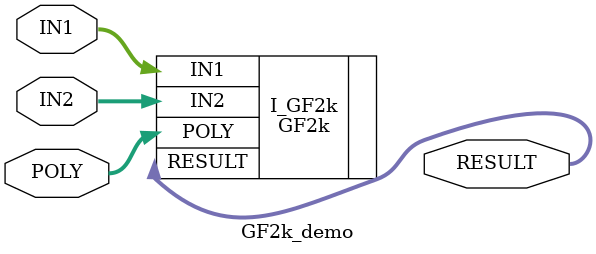
<source format=v>
`include "/home/lab911_1/Desktop/7112064132/Iclab_2021_Fall/ICLAB_06/GF2k.v"

module GF2k_demo(
           POLY,IN1,IN2,//in_valid,clk,
           RESULT//,out_valid
       );

parameter DEG = 4, OP = 3;
//input in_valid;
input[DEG:0] POLY;
input[DEG-1:0] IN1;
input[DEG-1:0] IN2;
output [DEG-1:0] RESULT;
//output out_valid;
GF2k #(.DEG(DEG), .OP(OP)) I_GF2k(.POLY(POLY), .IN1(IN1), .IN2(IN2),.RESULT(RESULT));

endmodule


</source>
